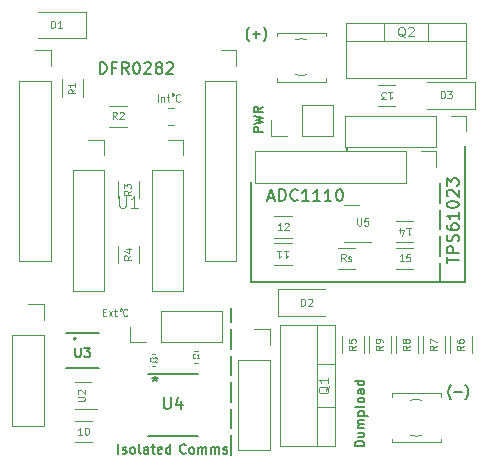
<source format=gbr>
%TF.GenerationSoftware,KiCad,Pcbnew,(7.0.0-0)*%
%TF.CreationDate,2023-07-06T20:29:09+02:00*%
%TF.ProjectId,Monitoring_Board_v01,4d6f6e69-746f-4726-996e-675f426f6172,v01*%
%TF.SameCoordinates,Original*%
%TF.FileFunction,Legend,Top*%
%TF.FilePolarity,Positive*%
%FSLAX46Y46*%
G04 Gerber Fmt 4.6, Leading zero omitted, Abs format (unit mm)*
G04 Created by KiCad (PCBNEW (7.0.0-0)) date 2023-07-06 20:29:09*
%MOMM*%
%LPD*%
G01*
G04 APERTURE LIST*
%ADD10C,0.150000*%
%ADD11C,0.100000*%
%ADD12C,0.075000*%
%ADD13C,0.060000*%
%ADD14C,0.120000*%
%ADD15C,0.152400*%
%ADD16C,0.127000*%
%ADD17C,0.200000*%
G04 APERTURE END LIST*
D10*
X140715283Y-56083221D02*
X140715283Y-64593221D01*
X156715283Y-64583221D02*
X156715283Y-62933221D01*
X156715283Y-62333221D02*
X156715283Y-60683221D01*
X156715283Y-60083221D02*
X156715283Y-58433221D01*
X156715283Y-57833221D02*
X156715283Y-56183221D01*
X138964800Y-79197200D02*
X138964800Y-77547200D01*
X138964800Y-76947200D02*
X138964800Y-75297200D01*
X138964800Y-74697200D02*
X138964800Y-73047200D01*
X138964800Y-72447200D02*
X138964800Y-70797200D01*
X138964800Y-70197200D02*
X138964800Y-68547200D01*
X138964800Y-67947200D02*
X138964800Y-66751200D01*
X148780883Y-53482821D02*
X148780883Y-53122821D01*
X158774883Y-64593221D02*
X158774883Y-53072821D01*
X140715283Y-64593221D02*
X158774883Y-64593221D01*
X129452476Y-79073904D02*
X129452476Y-78273904D01*
X129795332Y-79035809D02*
X129871523Y-79073904D01*
X129871523Y-79073904D02*
X130023904Y-79073904D01*
X130023904Y-79073904D02*
X130100094Y-79035809D01*
X130100094Y-79035809D02*
X130138190Y-78959619D01*
X130138190Y-78959619D02*
X130138190Y-78921523D01*
X130138190Y-78921523D02*
X130100094Y-78845333D01*
X130100094Y-78845333D02*
X130023904Y-78807238D01*
X130023904Y-78807238D02*
X129909618Y-78807238D01*
X129909618Y-78807238D02*
X129833428Y-78769142D01*
X129833428Y-78769142D02*
X129795332Y-78692952D01*
X129795332Y-78692952D02*
X129795332Y-78654857D01*
X129795332Y-78654857D02*
X129833428Y-78578666D01*
X129833428Y-78578666D02*
X129909618Y-78540571D01*
X129909618Y-78540571D02*
X130023904Y-78540571D01*
X130023904Y-78540571D02*
X130100094Y-78578666D01*
X130595332Y-79073904D02*
X130519142Y-79035809D01*
X130519142Y-79035809D02*
X130481047Y-78997714D01*
X130481047Y-78997714D02*
X130442951Y-78921523D01*
X130442951Y-78921523D02*
X130442951Y-78692952D01*
X130442951Y-78692952D02*
X130481047Y-78616761D01*
X130481047Y-78616761D02*
X130519142Y-78578666D01*
X130519142Y-78578666D02*
X130595332Y-78540571D01*
X130595332Y-78540571D02*
X130709618Y-78540571D01*
X130709618Y-78540571D02*
X130785809Y-78578666D01*
X130785809Y-78578666D02*
X130823904Y-78616761D01*
X130823904Y-78616761D02*
X130861999Y-78692952D01*
X130861999Y-78692952D02*
X130861999Y-78921523D01*
X130861999Y-78921523D02*
X130823904Y-78997714D01*
X130823904Y-78997714D02*
X130785809Y-79035809D01*
X130785809Y-79035809D02*
X130709618Y-79073904D01*
X130709618Y-79073904D02*
X130595332Y-79073904D01*
X131319142Y-79073904D02*
X131242952Y-79035809D01*
X131242952Y-79035809D02*
X131204857Y-78959619D01*
X131204857Y-78959619D02*
X131204857Y-78273904D01*
X131966762Y-79073904D02*
X131966762Y-78654857D01*
X131966762Y-78654857D02*
X131928667Y-78578666D01*
X131928667Y-78578666D02*
X131852476Y-78540571D01*
X131852476Y-78540571D02*
X131700095Y-78540571D01*
X131700095Y-78540571D02*
X131623905Y-78578666D01*
X131966762Y-79035809D02*
X131890571Y-79073904D01*
X131890571Y-79073904D02*
X131700095Y-79073904D01*
X131700095Y-79073904D02*
X131623905Y-79035809D01*
X131623905Y-79035809D02*
X131585809Y-78959619D01*
X131585809Y-78959619D02*
X131585809Y-78883428D01*
X131585809Y-78883428D02*
X131623905Y-78807238D01*
X131623905Y-78807238D02*
X131700095Y-78769142D01*
X131700095Y-78769142D02*
X131890571Y-78769142D01*
X131890571Y-78769142D02*
X131966762Y-78731047D01*
X132233429Y-78540571D02*
X132538191Y-78540571D01*
X132347715Y-78273904D02*
X132347715Y-78959619D01*
X132347715Y-78959619D02*
X132385810Y-79035809D01*
X132385810Y-79035809D02*
X132462000Y-79073904D01*
X132462000Y-79073904D02*
X132538191Y-79073904D01*
X133109620Y-79035809D02*
X133033429Y-79073904D01*
X133033429Y-79073904D02*
X132881048Y-79073904D01*
X132881048Y-79073904D02*
X132804858Y-79035809D01*
X132804858Y-79035809D02*
X132766762Y-78959619D01*
X132766762Y-78959619D02*
X132766762Y-78654857D01*
X132766762Y-78654857D02*
X132804858Y-78578666D01*
X132804858Y-78578666D02*
X132881048Y-78540571D01*
X132881048Y-78540571D02*
X133033429Y-78540571D01*
X133033429Y-78540571D02*
X133109620Y-78578666D01*
X133109620Y-78578666D02*
X133147715Y-78654857D01*
X133147715Y-78654857D02*
X133147715Y-78731047D01*
X133147715Y-78731047D02*
X132766762Y-78807238D01*
X133833429Y-79073904D02*
X133833429Y-78273904D01*
X133833429Y-79035809D02*
X133757238Y-79073904D01*
X133757238Y-79073904D02*
X133604857Y-79073904D01*
X133604857Y-79073904D02*
X133528667Y-79035809D01*
X133528667Y-79035809D02*
X133490572Y-78997714D01*
X133490572Y-78997714D02*
X133452476Y-78921523D01*
X133452476Y-78921523D02*
X133452476Y-78692952D01*
X133452476Y-78692952D02*
X133490572Y-78616761D01*
X133490572Y-78616761D02*
X133528667Y-78578666D01*
X133528667Y-78578666D02*
X133604857Y-78540571D01*
X133604857Y-78540571D02*
X133757238Y-78540571D01*
X133757238Y-78540571D02*
X133833429Y-78578666D01*
X135151525Y-78997714D02*
X135113429Y-79035809D01*
X135113429Y-79035809D02*
X134999144Y-79073904D01*
X134999144Y-79073904D02*
X134922953Y-79073904D01*
X134922953Y-79073904D02*
X134808667Y-79035809D01*
X134808667Y-79035809D02*
X134732477Y-78959619D01*
X134732477Y-78959619D02*
X134694382Y-78883428D01*
X134694382Y-78883428D02*
X134656286Y-78731047D01*
X134656286Y-78731047D02*
X134656286Y-78616761D01*
X134656286Y-78616761D02*
X134694382Y-78464380D01*
X134694382Y-78464380D02*
X134732477Y-78388190D01*
X134732477Y-78388190D02*
X134808667Y-78312000D01*
X134808667Y-78312000D02*
X134922953Y-78273904D01*
X134922953Y-78273904D02*
X134999144Y-78273904D01*
X134999144Y-78273904D02*
X135113429Y-78312000D01*
X135113429Y-78312000D02*
X135151525Y-78350095D01*
X135608667Y-79073904D02*
X135532477Y-79035809D01*
X135532477Y-79035809D02*
X135494382Y-78997714D01*
X135494382Y-78997714D02*
X135456286Y-78921523D01*
X135456286Y-78921523D02*
X135456286Y-78692952D01*
X135456286Y-78692952D02*
X135494382Y-78616761D01*
X135494382Y-78616761D02*
X135532477Y-78578666D01*
X135532477Y-78578666D02*
X135608667Y-78540571D01*
X135608667Y-78540571D02*
X135722953Y-78540571D01*
X135722953Y-78540571D02*
X135799144Y-78578666D01*
X135799144Y-78578666D02*
X135837239Y-78616761D01*
X135837239Y-78616761D02*
X135875334Y-78692952D01*
X135875334Y-78692952D02*
X135875334Y-78921523D01*
X135875334Y-78921523D02*
X135837239Y-78997714D01*
X135837239Y-78997714D02*
X135799144Y-79035809D01*
X135799144Y-79035809D02*
X135722953Y-79073904D01*
X135722953Y-79073904D02*
X135608667Y-79073904D01*
X136218192Y-79073904D02*
X136218192Y-78540571D01*
X136218192Y-78616761D02*
X136256287Y-78578666D01*
X136256287Y-78578666D02*
X136332477Y-78540571D01*
X136332477Y-78540571D02*
X136446763Y-78540571D01*
X136446763Y-78540571D02*
X136522954Y-78578666D01*
X136522954Y-78578666D02*
X136561049Y-78654857D01*
X136561049Y-78654857D02*
X136561049Y-79073904D01*
X136561049Y-78654857D02*
X136599144Y-78578666D01*
X136599144Y-78578666D02*
X136675335Y-78540571D01*
X136675335Y-78540571D02*
X136789620Y-78540571D01*
X136789620Y-78540571D02*
X136865811Y-78578666D01*
X136865811Y-78578666D02*
X136903906Y-78654857D01*
X136903906Y-78654857D02*
X136903906Y-79073904D01*
X137284859Y-79073904D02*
X137284859Y-78540571D01*
X137284859Y-78616761D02*
X137322954Y-78578666D01*
X137322954Y-78578666D02*
X137399144Y-78540571D01*
X137399144Y-78540571D02*
X137513430Y-78540571D01*
X137513430Y-78540571D02*
X137589621Y-78578666D01*
X137589621Y-78578666D02*
X137627716Y-78654857D01*
X137627716Y-78654857D02*
X137627716Y-79073904D01*
X137627716Y-78654857D02*
X137665811Y-78578666D01*
X137665811Y-78578666D02*
X137742002Y-78540571D01*
X137742002Y-78540571D02*
X137856287Y-78540571D01*
X137856287Y-78540571D02*
X137932478Y-78578666D01*
X137932478Y-78578666D02*
X137970573Y-78654857D01*
X137970573Y-78654857D02*
X137970573Y-79073904D01*
X138313430Y-79035809D02*
X138389621Y-79073904D01*
X138389621Y-79073904D02*
X138542002Y-79073904D01*
X138542002Y-79073904D02*
X138618192Y-79035809D01*
X138618192Y-79035809D02*
X138656288Y-78959619D01*
X138656288Y-78959619D02*
X138656288Y-78921523D01*
X138656288Y-78921523D02*
X138618192Y-78845333D01*
X138618192Y-78845333D02*
X138542002Y-78807238D01*
X138542002Y-78807238D02*
X138427716Y-78807238D01*
X138427716Y-78807238D02*
X138351526Y-78769142D01*
X138351526Y-78769142D02*
X138313430Y-78692952D01*
X138313430Y-78692952D02*
X138313430Y-78654857D01*
X138313430Y-78654857D02*
X138351526Y-78578666D01*
X138351526Y-78578666D02*
X138427716Y-78540571D01*
X138427716Y-78540571D02*
X138542002Y-78540571D01*
X138542002Y-78540571D02*
X138618192Y-78578666D01*
X142152476Y-57408666D02*
X142628666Y-57408666D01*
X142057238Y-57694380D02*
X142390571Y-56694380D01*
X142390571Y-56694380D02*
X142723904Y-57694380D01*
X143057238Y-57694380D02*
X143057238Y-56694380D01*
X143057238Y-56694380D02*
X143295333Y-56694380D01*
X143295333Y-56694380D02*
X143438190Y-56742000D01*
X143438190Y-56742000D02*
X143533428Y-56837238D01*
X143533428Y-56837238D02*
X143581047Y-56932476D01*
X143581047Y-56932476D02*
X143628666Y-57122952D01*
X143628666Y-57122952D02*
X143628666Y-57265809D01*
X143628666Y-57265809D02*
X143581047Y-57456285D01*
X143581047Y-57456285D02*
X143533428Y-57551523D01*
X143533428Y-57551523D02*
X143438190Y-57646761D01*
X143438190Y-57646761D02*
X143295333Y-57694380D01*
X143295333Y-57694380D02*
X143057238Y-57694380D01*
X144628666Y-57599142D02*
X144581047Y-57646761D01*
X144581047Y-57646761D02*
X144438190Y-57694380D01*
X144438190Y-57694380D02*
X144342952Y-57694380D01*
X144342952Y-57694380D02*
X144200095Y-57646761D01*
X144200095Y-57646761D02*
X144104857Y-57551523D01*
X144104857Y-57551523D02*
X144057238Y-57456285D01*
X144057238Y-57456285D02*
X144009619Y-57265809D01*
X144009619Y-57265809D02*
X144009619Y-57122952D01*
X144009619Y-57122952D02*
X144057238Y-56932476D01*
X144057238Y-56932476D02*
X144104857Y-56837238D01*
X144104857Y-56837238D02*
X144200095Y-56742000D01*
X144200095Y-56742000D02*
X144342952Y-56694380D01*
X144342952Y-56694380D02*
X144438190Y-56694380D01*
X144438190Y-56694380D02*
X144581047Y-56742000D01*
X144581047Y-56742000D02*
X144628666Y-56789619D01*
X145581047Y-57694380D02*
X145009619Y-57694380D01*
X145295333Y-57694380D02*
X145295333Y-56694380D01*
X145295333Y-56694380D02*
X145200095Y-56837238D01*
X145200095Y-56837238D02*
X145104857Y-56932476D01*
X145104857Y-56932476D02*
X145009619Y-56980095D01*
X146533428Y-57694380D02*
X145962000Y-57694380D01*
X146247714Y-57694380D02*
X146247714Y-56694380D01*
X146247714Y-56694380D02*
X146152476Y-56837238D01*
X146152476Y-56837238D02*
X146057238Y-56932476D01*
X146057238Y-56932476D02*
X145962000Y-56980095D01*
X147485809Y-57694380D02*
X146914381Y-57694380D01*
X147200095Y-57694380D02*
X147200095Y-56694380D01*
X147200095Y-56694380D02*
X147104857Y-56837238D01*
X147104857Y-56837238D02*
X147009619Y-56932476D01*
X147009619Y-56932476D02*
X146914381Y-56980095D01*
X148104857Y-56694380D02*
X148200095Y-56694380D01*
X148200095Y-56694380D02*
X148295333Y-56742000D01*
X148295333Y-56742000D02*
X148342952Y-56789619D01*
X148342952Y-56789619D02*
X148390571Y-56884857D01*
X148390571Y-56884857D02*
X148438190Y-57075333D01*
X148438190Y-57075333D02*
X148438190Y-57313428D01*
X148438190Y-57313428D02*
X148390571Y-57503904D01*
X148390571Y-57503904D02*
X148342952Y-57599142D01*
X148342952Y-57599142D02*
X148295333Y-57646761D01*
X148295333Y-57646761D02*
X148200095Y-57694380D01*
X148200095Y-57694380D02*
X148104857Y-57694380D01*
X148104857Y-57694380D02*
X148009619Y-57646761D01*
X148009619Y-57646761D02*
X147962000Y-57599142D01*
X147962000Y-57599142D02*
X147914381Y-57503904D01*
X147914381Y-57503904D02*
X147866762Y-57313428D01*
X147866762Y-57313428D02*
X147866762Y-57075333D01*
X147866762Y-57075333D02*
X147914381Y-56884857D01*
X147914381Y-56884857D02*
X147962000Y-56789619D01*
X147962000Y-56789619D02*
X148009619Y-56742000D01*
X148009619Y-56742000D02*
X148104857Y-56694380D01*
X150271504Y-78447923D02*
X149471504Y-78447923D01*
X149471504Y-78447923D02*
X149471504Y-78257447D01*
X149471504Y-78257447D02*
X149509600Y-78143161D01*
X149509600Y-78143161D02*
X149585790Y-78066971D01*
X149585790Y-78066971D02*
X149661980Y-78028876D01*
X149661980Y-78028876D02*
X149814361Y-77990780D01*
X149814361Y-77990780D02*
X149928647Y-77990780D01*
X149928647Y-77990780D02*
X150081028Y-78028876D01*
X150081028Y-78028876D02*
X150157219Y-78066971D01*
X150157219Y-78066971D02*
X150233409Y-78143161D01*
X150233409Y-78143161D02*
X150271504Y-78257447D01*
X150271504Y-78257447D02*
X150271504Y-78447923D01*
X149738171Y-77305066D02*
X150271504Y-77305066D01*
X149738171Y-77647923D02*
X150157219Y-77647923D01*
X150157219Y-77647923D02*
X150233409Y-77609828D01*
X150233409Y-77609828D02*
X150271504Y-77533638D01*
X150271504Y-77533638D02*
X150271504Y-77419352D01*
X150271504Y-77419352D02*
X150233409Y-77343161D01*
X150233409Y-77343161D02*
X150195314Y-77305066D01*
X150271504Y-76924113D02*
X149738171Y-76924113D01*
X149814361Y-76924113D02*
X149776266Y-76886018D01*
X149776266Y-76886018D02*
X149738171Y-76809828D01*
X149738171Y-76809828D02*
X149738171Y-76695542D01*
X149738171Y-76695542D02*
X149776266Y-76619351D01*
X149776266Y-76619351D02*
X149852457Y-76581256D01*
X149852457Y-76581256D02*
X150271504Y-76581256D01*
X149852457Y-76581256D02*
X149776266Y-76543161D01*
X149776266Y-76543161D02*
X149738171Y-76466970D01*
X149738171Y-76466970D02*
X149738171Y-76352685D01*
X149738171Y-76352685D02*
X149776266Y-76276494D01*
X149776266Y-76276494D02*
X149852457Y-76238399D01*
X149852457Y-76238399D02*
X150271504Y-76238399D01*
X149738171Y-75857446D02*
X150538171Y-75857446D01*
X149776266Y-75857446D02*
X149738171Y-75781256D01*
X149738171Y-75781256D02*
X149738171Y-75628875D01*
X149738171Y-75628875D02*
X149776266Y-75552684D01*
X149776266Y-75552684D02*
X149814361Y-75514589D01*
X149814361Y-75514589D02*
X149890552Y-75476494D01*
X149890552Y-75476494D02*
X150119123Y-75476494D01*
X150119123Y-75476494D02*
X150195314Y-75514589D01*
X150195314Y-75514589D02*
X150233409Y-75552684D01*
X150233409Y-75552684D02*
X150271504Y-75628875D01*
X150271504Y-75628875D02*
X150271504Y-75781256D01*
X150271504Y-75781256D02*
X150233409Y-75857446D01*
X150271504Y-75019351D02*
X150233409Y-75095541D01*
X150233409Y-75095541D02*
X150157219Y-75133636D01*
X150157219Y-75133636D02*
X149471504Y-75133636D01*
X150271504Y-74600303D02*
X150233409Y-74676493D01*
X150233409Y-74676493D02*
X150195314Y-74714588D01*
X150195314Y-74714588D02*
X150119123Y-74752684D01*
X150119123Y-74752684D02*
X149890552Y-74752684D01*
X149890552Y-74752684D02*
X149814361Y-74714588D01*
X149814361Y-74714588D02*
X149776266Y-74676493D01*
X149776266Y-74676493D02*
X149738171Y-74600303D01*
X149738171Y-74600303D02*
X149738171Y-74486017D01*
X149738171Y-74486017D02*
X149776266Y-74409826D01*
X149776266Y-74409826D02*
X149814361Y-74371731D01*
X149814361Y-74371731D02*
X149890552Y-74333636D01*
X149890552Y-74333636D02*
X150119123Y-74333636D01*
X150119123Y-74333636D02*
X150195314Y-74371731D01*
X150195314Y-74371731D02*
X150233409Y-74409826D01*
X150233409Y-74409826D02*
X150271504Y-74486017D01*
X150271504Y-74486017D02*
X150271504Y-74600303D01*
X150271504Y-73647921D02*
X149852457Y-73647921D01*
X149852457Y-73647921D02*
X149776266Y-73686016D01*
X149776266Y-73686016D02*
X149738171Y-73762207D01*
X149738171Y-73762207D02*
X149738171Y-73914588D01*
X149738171Y-73914588D02*
X149776266Y-73990778D01*
X150233409Y-73647921D02*
X150271504Y-73724112D01*
X150271504Y-73724112D02*
X150271504Y-73914588D01*
X150271504Y-73914588D02*
X150233409Y-73990778D01*
X150233409Y-73990778D02*
X150157219Y-74028874D01*
X150157219Y-74028874D02*
X150081028Y-74028874D01*
X150081028Y-74028874D02*
X150004838Y-73990778D01*
X150004838Y-73990778D02*
X149966742Y-73914588D01*
X149966742Y-73914588D02*
X149966742Y-73724112D01*
X149966742Y-73724112D02*
X149928647Y-73647921D01*
X150271504Y-72924111D02*
X149471504Y-72924111D01*
X150233409Y-72924111D02*
X150271504Y-73000302D01*
X150271504Y-73000302D02*
X150271504Y-73152683D01*
X150271504Y-73152683D02*
X150233409Y-73228873D01*
X150233409Y-73228873D02*
X150195314Y-73266968D01*
X150195314Y-73266968D02*
X150119123Y-73305064D01*
X150119123Y-73305064D02*
X149890552Y-73305064D01*
X149890552Y-73305064D02*
X149814361Y-73266968D01*
X149814361Y-73266968D02*
X149776266Y-73228873D01*
X149776266Y-73228873D02*
X149738171Y-73152683D01*
X149738171Y-73152683D02*
X149738171Y-73000302D01*
X149738171Y-73000302D02*
X149776266Y-72924111D01*
X157253263Y-62977582D02*
X157253263Y-62406154D01*
X158253263Y-62691868D02*
X157253263Y-62691868D01*
X158253263Y-62072820D02*
X157253263Y-62072820D01*
X157253263Y-62072820D02*
X157253263Y-61691868D01*
X157253263Y-61691868D02*
X157300883Y-61596630D01*
X157300883Y-61596630D02*
X157348502Y-61549011D01*
X157348502Y-61549011D02*
X157443740Y-61501392D01*
X157443740Y-61501392D02*
X157586597Y-61501392D01*
X157586597Y-61501392D02*
X157681835Y-61549011D01*
X157681835Y-61549011D02*
X157729454Y-61596630D01*
X157729454Y-61596630D02*
X157777073Y-61691868D01*
X157777073Y-61691868D02*
X157777073Y-62072820D01*
X158205644Y-61120439D02*
X158253263Y-60977582D01*
X158253263Y-60977582D02*
X158253263Y-60739487D01*
X158253263Y-60739487D02*
X158205644Y-60644249D01*
X158205644Y-60644249D02*
X158158025Y-60596630D01*
X158158025Y-60596630D02*
X158062787Y-60549011D01*
X158062787Y-60549011D02*
X157967549Y-60549011D01*
X157967549Y-60549011D02*
X157872311Y-60596630D01*
X157872311Y-60596630D02*
X157824692Y-60644249D01*
X157824692Y-60644249D02*
X157777073Y-60739487D01*
X157777073Y-60739487D02*
X157729454Y-60929963D01*
X157729454Y-60929963D02*
X157681835Y-61025201D01*
X157681835Y-61025201D02*
X157634216Y-61072820D01*
X157634216Y-61072820D02*
X157538978Y-61120439D01*
X157538978Y-61120439D02*
X157443740Y-61120439D01*
X157443740Y-61120439D02*
X157348502Y-61072820D01*
X157348502Y-61072820D02*
X157300883Y-61025201D01*
X157300883Y-61025201D02*
X157253263Y-60929963D01*
X157253263Y-60929963D02*
X157253263Y-60691868D01*
X157253263Y-60691868D02*
X157300883Y-60549011D01*
X157253263Y-59691868D02*
X157253263Y-59882344D01*
X157253263Y-59882344D02*
X157300883Y-59977582D01*
X157300883Y-59977582D02*
X157348502Y-60025201D01*
X157348502Y-60025201D02*
X157491359Y-60120439D01*
X157491359Y-60120439D02*
X157681835Y-60168058D01*
X157681835Y-60168058D02*
X158062787Y-60168058D01*
X158062787Y-60168058D02*
X158158025Y-60120439D01*
X158158025Y-60120439D02*
X158205644Y-60072820D01*
X158205644Y-60072820D02*
X158253263Y-59977582D01*
X158253263Y-59977582D02*
X158253263Y-59787106D01*
X158253263Y-59787106D02*
X158205644Y-59691868D01*
X158205644Y-59691868D02*
X158158025Y-59644249D01*
X158158025Y-59644249D02*
X158062787Y-59596630D01*
X158062787Y-59596630D02*
X157824692Y-59596630D01*
X157824692Y-59596630D02*
X157729454Y-59644249D01*
X157729454Y-59644249D02*
X157681835Y-59691868D01*
X157681835Y-59691868D02*
X157634216Y-59787106D01*
X157634216Y-59787106D02*
X157634216Y-59977582D01*
X157634216Y-59977582D02*
X157681835Y-60072820D01*
X157681835Y-60072820D02*
X157729454Y-60120439D01*
X157729454Y-60120439D02*
X157824692Y-60168058D01*
X158253263Y-58644249D02*
X158253263Y-59215677D01*
X158253263Y-58929963D02*
X157253263Y-58929963D01*
X157253263Y-58929963D02*
X157396121Y-59025201D01*
X157396121Y-59025201D02*
X157491359Y-59120439D01*
X157491359Y-59120439D02*
X157538978Y-59215677D01*
X157253263Y-58025201D02*
X157253263Y-57929963D01*
X157253263Y-57929963D02*
X157300883Y-57834725D01*
X157300883Y-57834725D02*
X157348502Y-57787106D01*
X157348502Y-57787106D02*
X157443740Y-57739487D01*
X157443740Y-57739487D02*
X157634216Y-57691868D01*
X157634216Y-57691868D02*
X157872311Y-57691868D01*
X157872311Y-57691868D02*
X158062787Y-57739487D01*
X158062787Y-57739487D02*
X158158025Y-57787106D01*
X158158025Y-57787106D02*
X158205644Y-57834725D01*
X158205644Y-57834725D02*
X158253263Y-57929963D01*
X158253263Y-57929963D02*
X158253263Y-58025201D01*
X158253263Y-58025201D02*
X158205644Y-58120439D01*
X158205644Y-58120439D02*
X158158025Y-58168058D01*
X158158025Y-58168058D02*
X158062787Y-58215677D01*
X158062787Y-58215677D02*
X157872311Y-58263296D01*
X157872311Y-58263296D02*
X157634216Y-58263296D01*
X157634216Y-58263296D02*
X157443740Y-58215677D01*
X157443740Y-58215677D02*
X157348502Y-58168058D01*
X157348502Y-58168058D02*
X157300883Y-58120439D01*
X157300883Y-58120439D02*
X157253263Y-58025201D01*
X157348502Y-57310915D02*
X157300883Y-57263296D01*
X157300883Y-57263296D02*
X157253263Y-57168058D01*
X157253263Y-57168058D02*
X157253263Y-56929963D01*
X157253263Y-56929963D02*
X157300883Y-56834725D01*
X157300883Y-56834725D02*
X157348502Y-56787106D01*
X157348502Y-56787106D02*
X157443740Y-56739487D01*
X157443740Y-56739487D02*
X157538978Y-56739487D01*
X157538978Y-56739487D02*
X157681835Y-56787106D01*
X157681835Y-56787106D02*
X158253263Y-57358534D01*
X158253263Y-57358534D02*
X158253263Y-56739487D01*
X157253263Y-56406153D02*
X157253263Y-55787106D01*
X157253263Y-55787106D02*
X157634216Y-56120439D01*
X157634216Y-56120439D02*
X157634216Y-55977582D01*
X157634216Y-55977582D02*
X157681835Y-55882344D01*
X157681835Y-55882344D02*
X157729454Y-55834725D01*
X157729454Y-55834725D02*
X157824692Y-55787106D01*
X157824692Y-55787106D02*
X158062787Y-55787106D01*
X158062787Y-55787106D02*
X158158025Y-55834725D01*
X158158025Y-55834725D02*
X158205644Y-55882344D01*
X158205644Y-55882344D02*
X158253263Y-55977582D01*
X158253263Y-55977582D02*
X158253263Y-56263296D01*
X158253263Y-56263296D02*
X158205644Y-56358534D01*
X158205644Y-56358534D02*
X158158025Y-56406153D01*
D11*
%TO.C,D1*%
X123775643Y-43019428D02*
X123775643Y-42419428D01*
X123775643Y-42419428D02*
X123918500Y-42419428D01*
X123918500Y-42419428D02*
X124004214Y-42448000D01*
X124004214Y-42448000D02*
X124061357Y-42505142D01*
X124061357Y-42505142D02*
X124089928Y-42562285D01*
X124089928Y-42562285D02*
X124118500Y-42676571D01*
X124118500Y-42676571D02*
X124118500Y-42762285D01*
X124118500Y-42762285D02*
X124089928Y-42876571D01*
X124089928Y-42876571D02*
X124061357Y-42933714D01*
X124061357Y-42933714D02*
X124004214Y-42990857D01*
X124004214Y-42990857D02*
X123918500Y-43019428D01*
X123918500Y-43019428D02*
X123775643Y-43019428D01*
X124689928Y-43019428D02*
X124347071Y-43019428D01*
X124518500Y-43019428D02*
X124518500Y-42419428D01*
X124518500Y-42419428D02*
X124461357Y-42505142D01*
X124461357Y-42505142D02*
X124404214Y-42562285D01*
X124404214Y-42562285D02*
X124347071Y-42590857D01*
D10*
%TO.C,J6*%
X141686304Y-51879523D02*
X140886304Y-51879523D01*
X140886304Y-51879523D02*
X140886304Y-51574761D01*
X140886304Y-51574761D02*
X140924400Y-51498571D01*
X140924400Y-51498571D02*
X140962495Y-51460476D01*
X140962495Y-51460476D02*
X141038685Y-51422380D01*
X141038685Y-51422380D02*
X141152971Y-51422380D01*
X141152971Y-51422380D02*
X141229161Y-51460476D01*
X141229161Y-51460476D02*
X141267257Y-51498571D01*
X141267257Y-51498571D02*
X141305352Y-51574761D01*
X141305352Y-51574761D02*
X141305352Y-51879523D01*
X140886304Y-51155714D02*
X141686304Y-50965238D01*
X141686304Y-50965238D02*
X141114876Y-50812857D01*
X141114876Y-50812857D02*
X141686304Y-50660476D01*
X141686304Y-50660476D02*
X140886304Y-50470000D01*
X141686304Y-49708094D02*
X141305352Y-49974761D01*
X141686304Y-50165237D02*
X140886304Y-50165237D01*
X140886304Y-50165237D02*
X140886304Y-49860475D01*
X140886304Y-49860475D02*
X140924400Y-49784285D01*
X140924400Y-49784285D02*
X140962495Y-49746190D01*
X140962495Y-49746190D02*
X141038685Y-49708094D01*
X141038685Y-49708094D02*
X141152971Y-49708094D01*
X141152971Y-49708094D02*
X141229161Y-49746190D01*
X141229161Y-49746190D02*
X141267257Y-49784285D01*
X141267257Y-49784285D02*
X141305352Y-49860475D01*
X141305352Y-49860475D02*
X141305352Y-50165237D01*
D11*
%TO.C,R11*%
X143475140Y-61909792D02*
X143817997Y-61909792D01*
X143646568Y-61909792D02*
X143646568Y-62509792D01*
X143646568Y-62509792D02*
X143703711Y-62424078D01*
X143703711Y-62424078D02*
X143760854Y-62366935D01*
X143760854Y-62366935D02*
X143817997Y-62338363D01*
X142903711Y-61909792D02*
X143246568Y-61909792D01*
X143075139Y-61909792D02*
X143075139Y-62509792D01*
X143075139Y-62509792D02*
X143132282Y-62424078D01*
X143132282Y-62424078D02*
X143189425Y-62366935D01*
X143189425Y-62366935D02*
X143246568Y-62338363D01*
%TO.C,R15*%
X153602425Y-62814428D02*
X153259568Y-62814428D01*
X153430997Y-62814428D02*
X153430997Y-62214428D01*
X153430997Y-62214428D02*
X153373854Y-62300142D01*
X153373854Y-62300142D02*
X153316711Y-62357285D01*
X153316711Y-62357285D02*
X153259568Y-62385857D01*
X154145283Y-62214428D02*
X153859569Y-62214428D01*
X153859569Y-62214428D02*
X153830997Y-62500142D01*
X153830997Y-62500142D02*
X153859569Y-62471571D01*
X153859569Y-62471571D02*
X153916712Y-62443000D01*
X153916712Y-62443000D02*
X154059569Y-62443000D01*
X154059569Y-62443000D02*
X154116712Y-62471571D01*
X154116712Y-62471571D02*
X154145283Y-62500142D01*
X154145283Y-62500142D02*
X154173854Y-62557285D01*
X154173854Y-62557285D02*
X154173854Y-62700142D01*
X154173854Y-62700142D02*
X154145283Y-62757285D01*
X154145283Y-62757285D02*
X154116712Y-62785857D01*
X154116712Y-62785857D02*
X154059569Y-62814428D01*
X154059569Y-62814428D02*
X153916712Y-62814428D01*
X153916712Y-62814428D02*
X153859569Y-62785857D01*
X153859569Y-62785857D02*
X153830997Y-62757285D01*
D10*
%TO.C,U4*%
X133294345Y-74297380D02*
X133294345Y-75106904D01*
X133294345Y-75106904D02*
X133341964Y-75202142D01*
X133341964Y-75202142D02*
X133389583Y-75249761D01*
X133389583Y-75249761D02*
X133484821Y-75297380D01*
X133484821Y-75297380D02*
X133675297Y-75297380D01*
X133675297Y-75297380D02*
X133770535Y-75249761D01*
X133770535Y-75249761D02*
X133818154Y-75202142D01*
X133818154Y-75202142D02*
X133865773Y-75106904D01*
X133865773Y-75106904D02*
X133865773Y-74297380D01*
X134770535Y-74630714D02*
X134770535Y-75297380D01*
X134532440Y-74249761D02*
X134294345Y-74964047D01*
X134294345Y-74964047D02*
X134913392Y-74964047D01*
X132532250Y-72519380D02*
X132532250Y-72757476D01*
X132294155Y-72662238D02*
X132532250Y-72757476D01*
X132532250Y-72757476D02*
X132770345Y-72662238D01*
X132389393Y-72947952D02*
X132532250Y-72757476D01*
X132532250Y-72757476D02*
X132675107Y-72947952D01*
X132532250Y-72519380D02*
X132532250Y-72757476D01*
X132294155Y-72662238D02*
X132532250Y-72757476D01*
X132532250Y-72757476D02*
X132770345Y-72662238D01*
X132389393Y-72947952D02*
X132532250Y-72757476D01*
X132532250Y-72757476D02*
X132675107Y-72947952D01*
D11*
%TO.C,TH1*%
X132796857Y-49272428D02*
X132796857Y-48672428D01*
X133082571Y-48872428D02*
X133082571Y-49272428D01*
X133082571Y-48929571D02*
X133111142Y-48901000D01*
X133111142Y-48901000D02*
X133168285Y-48872428D01*
X133168285Y-48872428D02*
X133253999Y-48872428D01*
X133253999Y-48872428D02*
X133311142Y-48901000D01*
X133311142Y-48901000D02*
X133339714Y-48958142D01*
X133339714Y-48958142D02*
X133339714Y-49272428D01*
X133539713Y-48872428D02*
X133768285Y-48872428D01*
X133625428Y-48672428D02*
X133625428Y-49186714D01*
X133625428Y-49186714D02*
X133653999Y-49243857D01*
X133653999Y-49243857D02*
X133711142Y-49272428D01*
X133711142Y-49272428D02*
X133768285Y-49272428D01*
X134671142Y-49215285D02*
X134642570Y-49243857D01*
X134642570Y-49243857D02*
X134556856Y-49272428D01*
X134556856Y-49272428D02*
X134499713Y-49272428D01*
X134499713Y-49272428D02*
X134413999Y-49243857D01*
X134413999Y-49243857D02*
X134356856Y-49186714D01*
X134356856Y-49186714D02*
X134328285Y-49129571D01*
X134328285Y-49129571D02*
X134299713Y-49015285D01*
X134299713Y-49015285D02*
X134299713Y-48929571D01*
X134299713Y-48929571D02*
X134328285Y-48815285D01*
X134328285Y-48815285D02*
X134356856Y-48758142D01*
X134356856Y-48758142D02*
X134413999Y-48701000D01*
X134413999Y-48701000D02*
X134499713Y-48672428D01*
X134499713Y-48672428D02*
X134556856Y-48672428D01*
X134556856Y-48672428D02*
X134642570Y-48701000D01*
X134642570Y-48701000D02*
X134671142Y-48729571D01*
D12*
X134063714Y-48579285D02*
X134092285Y-48593571D01*
X134092285Y-48593571D02*
X134106571Y-48607857D01*
X134106571Y-48607857D02*
X134120857Y-48636428D01*
X134120857Y-48636428D02*
X134120857Y-48722142D01*
X134120857Y-48722142D02*
X134106571Y-48750714D01*
X134106571Y-48750714D02*
X134092285Y-48765000D01*
X134092285Y-48765000D02*
X134063714Y-48779285D01*
X134063714Y-48779285D02*
X134020857Y-48779285D01*
X134020857Y-48779285D02*
X133992285Y-48765000D01*
X133992285Y-48765000D02*
X133978000Y-48750714D01*
X133978000Y-48750714D02*
X133963714Y-48722142D01*
X133963714Y-48722142D02*
X133963714Y-48636428D01*
X133963714Y-48636428D02*
X133978000Y-48607857D01*
X133978000Y-48607857D02*
X133992285Y-48593571D01*
X133992285Y-48593571D02*
X134020857Y-48579285D01*
X134020857Y-48579285D02*
X134063714Y-48579285D01*
D10*
%TO.C,U3*%
X125795647Y-70119208D02*
X125795647Y-70766827D01*
X125795647Y-70766827D02*
X125833742Y-70843018D01*
X125833742Y-70843018D02*
X125871837Y-70881113D01*
X125871837Y-70881113D02*
X125948028Y-70919208D01*
X125948028Y-70919208D02*
X126100409Y-70919208D01*
X126100409Y-70919208D02*
X126176599Y-70881113D01*
X126176599Y-70881113D02*
X126214694Y-70843018D01*
X126214694Y-70843018D02*
X126252790Y-70766827D01*
X126252790Y-70766827D02*
X126252790Y-70119208D01*
X126557551Y-70119208D02*
X127052789Y-70119208D01*
X127052789Y-70119208D02*
X126786123Y-70423970D01*
X126786123Y-70423970D02*
X126900408Y-70423970D01*
X126900408Y-70423970D02*
X126976599Y-70462065D01*
X126976599Y-70462065D02*
X127014694Y-70500161D01*
X127014694Y-70500161D02*
X127052789Y-70576351D01*
X127052789Y-70576351D02*
X127052789Y-70766827D01*
X127052789Y-70766827D02*
X127014694Y-70843018D01*
X127014694Y-70843018D02*
X126976599Y-70881113D01*
X126976599Y-70881113D02*
X126900408Y-70919208D01*
X126900408Y-70919208D02*
X126671837Y-70919208D01*
X126671837Y-70919208D02*
X126595646Y-70881113D01*
X126595646Y-70881113D02*
X126557551Y-70843018D01*
D11*
%TO.C,U5*%
X149679840Y-59168228D02*
X149679840Y-59653942D01*
X149679840Y-59653942D02*
X149708411Y-59711085D01*
X149708411Y-59711085D02*
X149736983Y-59739657D01*
X149736983Y-59739657D02*
X149794125Y-59768228D01*
X149794125Y-59768228D02*
X149908411Y-59768228D01*
X149908411Y-59768228D02*
X149965554Y-59739657D01*
X149965554Y-59739657D02*
X149994125Y-59711085D01*
X149994125Y-59711085D02*
X150022697Y-59653942D01*
X150022697Y-59653942D02*
X150022697Y-59168228D01*
X150594125Y-59168228D02*
X150308411Y-59168228D01*
X150308411Y-59168228D02*
X150279839Y-59453942D01*
X150279839Y-59453942D02*
X150308411Y-59425371D01*
X150308411Y-59425371D02*
X150365554Y-59396800D01*
X150365554Y-59396800D02*
X150508411Y-59396800D01*
X150508411Y-59396800D02*
X150565554Y-59425371D01*
X150565554Y-59425371D02*
X150594125Y-59453942D01*
X150594125Y-59453942D02*
X150622696Y-59511085D01*
X150622696Y-59511085D02*
X150622696Y-59653942D01*
X150622696Y-59653942D02*
X150594125Y-59711085D01*
X150594125Y-59711085D02*
X150565554Y-59739657D01*
X150565554Y-59739657D02*
X150508411Y-59768228D01*
X150508411Y-59768228D02*
X150365554Y-59768228D01*
X150365554Y-59768228D02*
X150308411Y-59739657D01*
X150308411Y-59739657D02*
X150279839Y-59711085D01*
%TO.C,Q1*%
X147285095Y-73380590D02*
X147247000Y-73456780D01*
X147247000Y-73456780D02*
X147170809Y-73532971D01*
X147170809Y-73532971D02*
X147056523Y-73647257D01*
X147056523Y-73647257D02*
X147018428Y-73723447D01*
X147018428Y-73723447D02*
X147018428Y-73799638D01*
X147208904Y-73761542D02*
X147170809Y-73837733D01*
X147170809Y-73837733D02*
X147094619Y-73913923D01*
X147094619Y-73913923D02*
X146942238Y-73952019D01*
X146942238Y-73952019D02*
X146675571Y-73952019D01*
X146675571Y-73952019D02*
X146523190Y-73913923D01*
X146523190Y-73913923D02*
X146447000Y-73837733D01*
X146447000Y-73837733D02*
X146408904Y-73761542D01*
X146408904Y-73761542D02*
X146408904Y-73609161D01*
X146408904Y-73609161D02*
X146447000Y-73532971D01*
X146447000Y-73532971D02*
X146523190Y-73456780D01*
X146523190Y-73456780D02*
X146675571Y-73418685D01*
X146675571Y-73418685D02*
X146942238Y-73418685D01*
X146942238Y-73418685D02*
X147094619Y-73456780D01*
X147094619Y-73456780D02*
X147170809Y-73532971D01*
X147170809Y-73532971D02*
X147208904Y-73609161D01*
X147208904Y-73609161D02*
X147208904Y-73761542D01*
X147208904Y-72656781D02*
X147208904Y-73113924D01*
X147208904Y-72885352D02*
X146408904Y-72885352D01*
X146408904Y-72885352D02*
X146523190Y-72961543D01*
X146523190Y-72961543D02*
X146599380Y-73037733D01*
X146599380Y-73037733D02*
X146637476Y-73113924D01*
%TO.C,R14*%
X153838140Y-59989571D02*
X154180997Y-59989571D01*
X154009568Y-59989571D02*
X154009568Y-60589571D01*
X154009568Y-60589571D02*
X154066711Y-60503857D01*
X154066711Y-60503857D02*
X154123854Y-60446714D01*
X154123854Y-60446714D02*
X154180997Y-60418142D01*
X153323854Y-60389571D02*
X153323854Y-59989571D01*
X153466711Y-60618142D02*
X153609568Y-60189571D01*
X153609568Y-60189571D02*
X153238139Y-60189571D01*
%TO.C,R12*%
X143289425Y-60162649D02*
X142946568Y-60162649D01*
X143117997Y-60162649D02*
X143117997Y-59562649D01*
X143117997Y-59562649D02*
X143060854Y-59648363D01*
X143060854Y-59648363D02*
X143003711Y-59705506D01*
X143003711Y-59705506D02*
X142946568Y-59734078D01*
X143517997Y-59619792D02*
X143546569Y-59591221D01*
X143546569Y-59591221D02*
X143603712Y-59562649D01*
X143603712Y-59562649D02*
X143746569Y-59562649D01*
X143746569Y-59562649D02*
X143803712Y-59591221D01*
X143803712Y-59591221D02*
X143832283Y-59619792D01*
X143832283Y-59619792D02*
X143860854Y-59676935D01*
X143860854Y-59676935D02*
X143860854Y-59734078D01*
X143860854Y-59734078D02*
X143832283Y-59819792D01*
X143832283Y-59819792D02*
X143489426Y-60162649D01*
X143489426Y-60162649D02*
X143860854Y-60162649D01*
%TO.C,R13*%
X152290857Y-48498571D02*
X152633714Y-48498571D01*
X152462285Y-48498571D02*
X152462285Y-49098571D01*
X152462285Y-49098571D02*
X152519428Y-49012857D01*
X152519428Y-49012857D02*
X152576571Y-48955714D01*
X152576571Y-48955714D02*
X152633714Y-48927142D01*
X152090856Y-49098571D02*
X151719428Y-49098571D01*
X151719428Y-49098571D02*
X151919428Y-48870000D01*
X151919428Y-48870000D02*
X151833713Y-48870000D01*
X151833713Y-48870000D02*
X151776571Y-48841428D01*
X151776571Y-48841428D02*
X151747999Y-48812857D01*
X151747999Y-48812857D02*
X151719428Y-48755714D01*
X151719428Y-48755714D02*
X151719428Y-48612857D01*
X151719428Y-48612857D02*
X151747999Y-48555714D01*
X151747999Y-48555714D02*
X151776571Y-48527142D01*
X151776571Y-48527142D02*
X151833713Y-48498571D01*
X151833713Y-48498571D02*
X152005142Y-48498571D01*
X152005142Y-48498571D02*
X152062285Y-48527142D01*
X152062285Y-48527142D02*
X152090856Y-48555714D01*
%TO.C,R7*%
X156406428Y-69949999D02*
X156120714Y-70149999D01*
X156406428Y-70292856D02*
X155806428Y-70292856D01*
X155806428Y-70292856D02*
X155806428Y-70064285D01*
X155806428Y-70064285D02*
X155835000Y-70007142D01*
X155835000Y-70007142D02*
X155863571Y-69978571D01*
X155863571Y-69978571D02*
X155920714Y-69949999D01*
X155920714Y-69949999D02*
X156006428Y-69949999D01*
X156006428Y-69949999D02*
X156063571Y-69978571D01*
X156063571Y-69978571D02*
X156092142Y-70007142D01*
X156092142Y-70007142D02*
X156120714Y-70064285D01*
X156120714Y-70064285D02*
X156120714Y-70292856D01*
X155806428Y-69749999D02*
X155806428Y-69349999D01*
X155806428Y-69349999D02*
X156406428Y-69607142D01*
%TO.C,R2*%
X129315000Y-50766428D02*
X129115000Y-50480714D01*
X128972143Y-50766428D02*
X128972143Y-50166428D01*
X128972143Y-50166428D02*
X129200714Y-50166428D01*
X129200714Y-50166428D02*
X129257857Y-50195000D01*
X129257857Y-50195000D02*
X129286428Y-50223571D01*
X129286428Y-50223571D02*
X129315000Y-50280714D01*
X129315000Y-50280714D02*
X129315000Y-50366428D01*
X129315000Y-50366428D02*
X129286428Y-50423571D01*
X129286428Y-50423571D02*
X129257857Y-50452142D01*
X129257857Y-50452142D02*
X129200714Y-50480714D01*
X129200714Y-50480714D02*
X128972143Y-50480714D01*
X129543571Y-50223571D02*
X129572143Y-50195000D01*
X129572143Y-50195000D02*
X129629286Y-50166428D01*
X129629286Y-50166428D02*
X129772143Y-50166428D01*
X129772143Y-50166428D02*
X129829286Y-50195000D01*
X129829286Y-50195000D02*
X129857857Y-50223571D01*
X129857857Y-50223571D02*
X129886428Y-50280714D01*
X129886428Y-50280714D02*
X129886428Y-50337857D01*
X129886428Y-50337857D02*
X129857857Y-50423571D01*
X129857857Y-50423571D02*
X129515000Y-50766428D01*
X129515000Y-50766428D02*
X129886428Y-50766428D01*
%TO.C,D3*%
X156759143Y-48988428D02*
X156759143Y-48388428D01*
X156759143Y-48388428D02*
X156902000Y-48388428D01*
X156902000Y-48388428D02*
X156987714Y-48417000D01*
X156987714Y-48417000D02*
X157044857Y-48474142D01*
X157044857Y-48474142D02*
X157073428Y-48531285D01*
X157073428Y-48531285D02*
X157102000Y-48645571D01*
X157102000Y-48645571D02*
X157102000Y-48731285D01*
X157102000Y-48731285D02*
X157073428Y-48845571D01*
X157073428Y-48845571D02*
X157044857Y-48902714D01*
X157044857Y-48902714D02*
X156987714Y-48959857D01*
X156987714Y-48959857D02*
X156902000Y-48988428D01*
X156902000Y-48988428D02*
X156759143Y-48988428D01*
X157302000Y-48388428D02*
X157673428Y-48388428D01*
X157673428Y-48388428D02*
X157473428Y-48617000D01*
X157473428Y-48617000D02*
X157559143Y-48617000D01*
X157559143Y-48617000D02*
X157616286Y-48645571D01*
X157616286Y-48645571D02*
X157644857Y-48674142D01*
X157644857Y-48674142D02*
X157673428Y-48731285D01*
X157673428Y-48731285D02*
X157673428Y-48874142D01*
X157673428Y-48874142D02*
X157644857Y-48931285D01*
X157644857Y-48931285D02*
X157616286Y-48959857D01*
X157616286Y-48959857D02*
X157559143Y-48988428D01*
X157559143Y-48988428D02*
X157387714Y-48988428D01*
X157387714Y-48988428D02*
X157330571Y-48959857D01*
X157330571Y-48959857D02*
X157302000Y-48931285D01*
D10*
%TO.C,J7*%
X140528964Y-44174245D02*
X140490869Y-44136150D01*
X140490869Y-44136150D02*
X140414678Y-44021864D01*
X140414678Y-44021864D02*
X140376583Y-43945674D01*
X140376583Y-43945674D02*
X140338488Y-43831388D01*
X140338488Y-43831388D02*
X140300393Y-43640912D01*
X140300393Y-43640912D02*
X140300393Y-43488531D01*
X140300393Y-43488531D02*
X140338488Y-43298055D01*
X140338488Y-43298055D02*
X140376583Y-43183769D01*
X140376583Y-43183769D02*
X140414678Y-43107579D01*
X140414678Y-43107579D02*
X140490869Y-42993293D01*
X140490869Y-42993293D02*
X140528964Y-42955198D01*
X140833726Y-43564721D02*
X141443250Y-43564721D01*
X141138488Y-43869483D02*
X141138488Y-43259959D01*
X141748011Y-44174245D02*
X141786106Y-44136150D01*
X141786106Y-44136150D02*
X141862297Y-44021864D01*
X141862297Y-44021864D02*
X141900392Y-43945674D01*
X141900392Y-43945674D02*
X141938487Y-43831388D01*
X141938487Y-43831388D02*
X141976583Y-43640912D01*
X141976583Y-43640912D02*
X141976583Y-43488531D01*
X141976583Y-43488531D02*
X141938487Y-43298055D01*
X141938487Y-43298055D02*
X141900392Y-43183769D01*
X141900392Y-43183769D02*
X141862297Y-43107579D01*
X141862297Y-43107579D02*
X141786106Y-42993293D01*
X141786106Y-42993293D02*
X141748011Y-42955198D01*
D13*
%TO.C,C1*%
X135959500Y-70963971D02*
X135942357Y-70981114D01*
X135942357Y-70981114D02*
X135890929Y-70998257D01*
X135890929Y-70998257D02*
X135856643Y-70998257D01*
X135856643Y-70998257D02*
X135805214Y-70981114D01*
X135805214Y-70981114D02*
X135770929Y-70946828D01*
X135770929Y-70946828D02*
X135753786Y-70912542D01*
X135753786Y-70912542D02*
X135736643Y-70843971D01*
X135736643Y-70843971D02*
X135736643Y-70792542D01*
X135736643Y-70792542D02*
X135753786Y-70723971D01*
X135753786Y-70723971D02*
X135770929Y-70689685D01*
X135770929Y-70689685D02*
X135805214Y-70655400D01*
X135805214Y-70655400D02*
X135856643Y-70638257D01*
X135856643Y-70638257D02*
X135890929Y-70638257D01*
X135890929Y-70638257D02*
X135942357Y-70655400D01*
X135942357Y-70655400D02*
X135959500Y-70672542D01*
X136302357Y-70998257D02*
X136096643Y-70998257D01*
X136199500Y-70998257D02*
X136199500Y-70638257D01*
X136199500Y-70638257D02*
X136165214Y-70689685D01*
X136165214Y-70689685D02*
X136130929Y-70723971D01*
X136130929Y-70723971D02*
X136096643Y-70741114D01*
%TO.C,C2*%
X132360000Y-71255971D02*
X132342857Y-71273114D01*
X132342857Y-71273114D02*
X132291429Y-71290257D01*
X132291429Y-71290257D02*
X132257143Y-71290257D01*
X132257143Y-71290257D02*
X132205714Y-71273114D01*
X132205714Y-71273114D02*
X132171429Y-71238828D01*
X132171429Y-71238828D02*
X132154286Y-71204542D01*
X132154286Y-71204542D02*
X132137143Y-71135971D01*
X132137143Y-71135971D02*
X132137143Y-71084542D01*
X132137143Y-71084542D02*
X132154286Y-71015971D01*
X132154286Y-71015971D02*
X132171429Y-70981685D01*
X132171429Y-70981685D02*
X132205714Y-70947400D01*
X132205714Y-70947400D02*
X132257143Y-70930257D01*
X132257143Y-70930257D02*
X132291429Y-70930257D01*
X132291429Y-70930257D02*
X132342857Y-70947400D01*
X132342857Y-70947400D02*
X132360000Y-70964542D01*
X132497143Y-70964542D02*
X132514286Y-70947400D01*
X132514286Y-70947400D02*
X132548572Y-70930257D01*
X132548572Y-70930257D02*
X132634286Y-70930257D01*
X132634286Y-70930257D02*
X132668572Y-70947400D01*
X132668572Y-70947400D02*
X132685714Y-70964542D01*
X132685714Y-70964542D02*
X132702857Y-70998828D01*
X132702857Y-70998828D02*
X132702857Y-71033114D01*
X132702857Y-71033114D02*
X132685714Y-71084542D01*
X132685714Y-71084542D02*
X132480000Y-71290257D01*
X132480000Y-71290257D02*
X132702857Y-71290257D01*
D11*
%TO.C,R4*%
X130521711Y-62305220D02*
X130235997Y-62505220D01*
X130521711Y-62648077D02*
X129921711Y-62648077D01*
X129921711Y-62648077D02*
X129921711Y-62419506D01*
X129921711Y-62419506D02*
X129950283Y-62362363D01*
X129950283Y-62362363D02*
X129978854Y-62333792D01*
X129978854Y-62333792D02*
X130035997Y-62305220D01*
X130035997Y-62305220D02*
X130121711Y-62305220D01*
X130121711Y-62305220D02*
X130178854Y-62333792D01*
X130178854Y-62333792D02*
X130207425Y-62362363D01*
X130207425Y-62362363D02*
X130235997Y-62419506D01*
X130235997Y-62419506D02*
X130235997Y-62648077D01*
X130121711Y-61790935D02*
X130521711Y-61790935D01*
X129893140Y-61933792D02*
X130321711Y-62076649D01*
X130321711Y-62076649D02*
X130321711Y-61705220D01*
%TO.C,R3*%
X130521711Y-56818220D02*
X130235997Y-57018220D01*
X130521711Y-57161077D02*
X129921711Y-57161077D01*
X129921711Y-57161077D02*
X129921711Y-56932506D01*
X129921711Y-56932506D02*
X129950283Y-56875363D01*
X129950283Y-56875363D02*
X129978854Y-56846792D01*
X129978854Y-56846792D02*
X130035997Y-56818220D01*
X130035997Y-56818220D02*
X130121711Y-56818220D01*
X130121711Y-56818220D02*
X130178854Y-56846792D01*
X130178854Y-56846792D02*
X130207425Y-56875363D01*
X130207425Y-56875363D02*
X130235997Y-56932506D01*
X130235997Y-56932506D02*
X130235997Y-57161077D01*
X129921711Y-56618220D02*
X129921711Y-56246792D01*
X129921711Y-56246792D02*
X130150283Y-56446792D01*
X130150283Y-56446792D02*
X130150283Y-56361077D01*
X130150283Y-56361077D02*
X130178854Y-56303935D01*
X130178854Y-56303935D02*
X130207425Y-56275363D01*
X130207425Y-56275363D02*
X130264568Y-56246792D01*
X130264568Y-56246792D02*
X130407425Y-56246792D01*
X130407425Y-56246792D02*
X130464568Y-56275363D01*
X130464568Y-56275363D02*
X130493140Y-56303935D01*
X130493140Y-56303935D02*
X130521711Y-56361077D01*
X130521711Y-56361077D02*
X130521711Y-56532506D01*
X130521711Y-56532506D02*
X130493140Y-56589649D01*
X130493140Y-56589649D02*
X130464568Y-56618220D01*
%TO.C,U2*%
X126005428Y-74615142D02*
X126491142Y-74615142D01*
X126491142Y-74615142D02*
X126548285Y-74586571D01*
X126548285Y-74586571D02*
X126576857Y-74558000D01*
X126576857Y-74558000D02*
X126605428Y-74500857D01*
X126605428Y-74500857D02*
X126605428Y-74386571D01*
X126605428Y-74386571D02*
X126576857Y-74329428D01*
X126576857Y-74329428D02*
X126548285Y-74300857D01*
X126548285Y-74300857D02*
X126491142Y-74272285D01*
X126491142Y-74272285D02*
X126005428Y-74272285D01*
X126062571Y-74015143D02*
X126034000Y-73986571D01*
X126034000Y-73986571D02*
X126005428Y-73929429D01*
X126005428Y-73929429D02*
X126005428Y-73786571D01*
X126005428Y-73786571D02*
X126034000Y-73729429D01*
X126034000Y-73729429D02*
X126062571Y-73700857D01*
X126062571Y-73700857D02*
X126119714Y-73672286D01*
X126119714Y-73672286D02*
X126176857Y-73672286D01*
X126176857Y-73672286D02*
X126262571Y-73700857D01*
X126262571Y-73700857D02*
X126605428Y-74043714D01*
X126605428Y-74043714D02*
X126605428Y-73672286D01*
%TO.C,R6*%
X158692428Y-69949999D02*
X158406714Y-70149999D01*
X158692428Y-70292856D02*
X158092428Y-70292856D01*
X158092428Y-70292856D02*
X158092428Y-70064285D01*
X158092428Y-70064285D02*
X158121000Y-70007142D01*
X158121000Y-70007142D02*
X158149571Y-69978571D01*
X158149571Y-69978571D02*
X158206714Y-69949999D01*
X158206714Y-69949999D02*
X158292428Y-69949999D01*
X158292428Y-69949999D02*
X158349571Y-69978571D01*
X158349571Y-69978571D02*
X158378142Y-70007142D01*
X158378142Y-70007142D02*
X158406714Y-70064285D01*
X158406714Y-70064285D02*
X158406714Y-70292856D01*
X158092428Y-69435714D02*
X158092428Y-69549999D01*
X158092428Y-69549999D02*
X158121000Y-69607142D01*
X158121000Y-69607142D02*
X158149571Y-69635714D01*
X158149571Y-69635714D02*
X158235285Y-69692856D01*
X158235285Y-69692856D02*
X158349571Y-69721428D01*
X158349571Y-69721428D02*
X158578142Y-69721428D01*
X158578142Y-69721428D02*
X158635285Y-69692856D01*
X158635285Y-69692856D02*
X158663857Y-69664285D01*
X158663857Y-69664285D02*
X158692428Y-69607142D01*
X158692428Y-69607142D02*
X158692428Y-69492856D01*
X158692428Y-69492856D02*
X158663857Y-69435714D01*
X158663857Y-69435714D02*
X158635285Y-69407142D01*
X158635285Y-69407142D02*
X158578142Y-69378571D01*
X158578142Y-69378571D02*
X158435285Y-69378571D01*
X158435285Y-69378571D02*
X158378142Y-69407142D01*
X158378142Y-69407142D02*
X158349571Y-69435714D01*
X158349571Y-69435714D02*
X158321000Y-69492856D01*
X158321000Y-69492856D02*
X158321000Y-69607142D01*
X158321000Y-69607142D02*
X158349571Y-69664285D01*
X158349571Y-69664285D02*
X158378142Y-69692856D01*
X158378142Y-69692856D02*
X158435285Y-69721428D01*
%TO.C,R9*%
X151834428Y-69949999D02*
X151548714Y-70149999D01*
X151834428Y-70292856D02*
X151234428Y-70292856D01*
X151234428Y-70292856D02*
X151234428Y-70064285D01*
X151234428Y-70064285D02*
X151263000Y-70007142D01*
X151263000Y-70007142D02*
X151291571Y-69978571D01*
X151291571Y-69978571D02*
X151348714Y-69949999D01*
X151348714Y-69949999D02*
X151434428Y-69949999D01*
X151434428Y-69949999D02*
X151491571Y-69978571D01*
X151491571Y-69978571D02*
X151520142Y-70007142D01*
X151520142Y-70007142D02*
X151548714Y-70064285D01*
X151548714Y-70064285D02*
X151548714Y-70292856D01*
X151834428Y-69664285D02*
X151834428Y-69549999D01*
X151834428Y-69549999D02*
X151805857Y-69492856D01*
X151805857Y-69492856D02*
X151777285Y-69464285D01*
X151777285Y-69464285D02*
X151691571Y-69407142D01*
X151691571Y-69407142D02*
X151577285Y-69378571D01*
X151577285Y-69378571D02*
X151348714Y-69378571D01*
X151348714Y-69378571D02*
X151291571Y-69407142D01*
X151291571Y-69407142D02*
X151263000Y-69435714D01*
X151263000Y-69435714D02*
X151234428Y-69492856D01*
X151234428Y-69492856D02*
X151234428Y-69607142D01*
X151234428Y-69607142D02*
X151263000Y-69664285D01*
X151263000Y-69664285D02*
X151291571Y-69692856D01*
X151291571Y-69692856D02*
X151348714Y-69721428D01*
X151348714Y-69721428D02*
X151491571Y-69721428D01*
X151491571Y-69721428D02*
X151548714Y-69692856D01*
X151548714Y-69692856D02*
X151577285Y-69664285D01*
X151577285Y-69664285D02*
X151605857Y-69607142D01*
X151605857Y-69607142D02*
X151605857Y-69492856D01*
X151605857Y-69492856D02*
X151577285Y-69435714D01*
X151577285Y-69435714D02*
X151548714Y-69407142D01*
X151548714Y-69407142D02*
X151491571Y-69378571D01*
%TO.C,U1*%
X129503095Y-57259380D02*
X129503095Y-58068904D01*
X129503095Y-58068904D02*
X129550714Y-58164142D01*
X129550714Y-58164142D02*
X129598333Y-58211761D01*
X129598333Y-58211761D02*
X129693571Y-58259380D01*
X129693571Y-58259380D02*
X129884047Y-58259380D01*
X129884047Y-58259380D02*
X129979285Y-58211761D01*
X129979285Y-58211761D02*
X130026904Y-58164142D01*
X130026904Y-58164142D02*
X130074523Y-58068904D01*
X130074523Y-58068904D02*
X130074523Y-57259380D01*
X131074523Y-58259380D02*
X130503095Y-58259380D01*
X130788809Y-58259380D02*
X130788809Y-57259380D01*
X130788809Y-57259380D02*
X130693571Y-57402238D01*
X130693571Y-57402238D02*
X130598333Y-57497476D01*
X130598333Y-57497476D02*
X130503095Y-57545095D01*
D10*
X127874495Y-46924780D02*
X127874495Y-45924780D01*
X127874495Y-45924780D02*
X128112590Y-45924780D01*
X128112590Y-45924780D02*
X128255447Y-45972400D01*
X128255447Y-45972400D02*
X128350685Y-46067638D01*
X128350685Y-46067638D02*
X128398304Y-46162876D01*
X128398304Y-46162876D02*
X128445923Y-46353352D01*
X128445923Y-46353352D02*
X128445923Y-46496209D01*
X128445923Y-46496209D02*
X128398304Y-46686685D01*
X128398304Y-46686685D02*
X128350685Y-46781923D01*
X128350685Y-46781923D02*
X128255447Y-46877161D01*
X128255447Y-46877161D02*
X128112590Y-46924780D01*
X128112590Y-46924780D02*
X127874495Y-46924780D01*
X129207828Y-46400971D02*
X128874495Y-46400971D01*
X128874495Y-46924780D02*
X128874495Y-45924780D01*
X128874495Y-45924780D02*
X129350685Y-45924780D01*
X130303066Y-46924780D02*
X129969733Y-46448590D01*
X129731638Y-46924780D02*
X129731638Y-45924780D01*
X129731638Y-45924780D02*
X130112590Y-45924780D01*
X130112590Y-45924780D02*
X130207828Y-45972400D01*
X130207828Y-45972400D02*
X130255447Y-46020019D01*
X130255447Y-46020019D02*
X130303066Y-46115257D01*
X130303066Y-46115257D02*
X130303066Y-46258114D01*
X130303066Y-46258114D02*
X130255447Y-46353352D01*
X130255447Y-46353352D02*
X130207828Y-46400971D01*
X130207828Y-46400971D02*
X130112590Y-46448590D01*
X130112590Y-46448590D02*
X129731638Y-46448590D01*
X130922114Y-45924780D02*
X131017352Y-45924780D01*
X131017352Y-45924780D02*
X131112590Y-45972400D01*
X131112590Y-45972400D02*
X131160209Y-46020019D01*
X131160209Y-46020019D02*
X131207828Y-46115257D01*
X131207828Y-46115257D02*
X131255447Y-46305733D01*
X131255447Y-46305733D02*
X131255447Y-46543828D01*
X131255447Y-46543828D02*
X131207828Y-46734304D01*
X131207828Y-46734304D02*
X131160209Y-46829542D01*
X131160209Y-46829542D02*
X131112590Y-46877161D01*
X131112590Y-46877161D02*
X131017352Y-46924780D01*
X131017352Y-46924780D02*
X130922114Y-46924780D01*
X130922114Y-46924780D02*
X130826876Y-46877161D01*
X130826876Y-46877161D02*
X130779257Y-46829542D01*
X130779257Y-46829542D02*
X130731638Y-46734304D01*
X130731638Y-46734304D02*
X130684019Y-46543828D01*
X130684019Y-46543828D02*
X130684019Y-46305733D01*
X130684019Y-46305733D02*
X130731638Y-46115257D01*
X130731638Y-46115257D02*
X130779257Y-46020019D01*
X130779257Y-46020019D02*
X130826876Y-45972400D01*
X130826876Y-45972400D02*
X130922114Y-45924780D01*
X131636400Y-46020019D02*
X131684019Y-45972400D01*
X131684019Y-45972400D02*
X131779257Y-45924780D01*
X131779257Y-45924780D02*
X132017352Y-45924780D01*
X132017352Y-45924780D02*
X132112590Y-45972400D01*
X132112590Y-45972400D02*
X132160209Y-46020019D01*
X132160209Y-46020019D02*
X132207828Y-46115257D01*
X132207828Y-46115257D02*
X132207828Y-46210495D01*
X132207828Y-46210495D02*
X132160209Y-46353352D01*
X132160209Y-46353352D02*
X131588781Y-46924780D01*
X131588781Y-46924780D02*
X132207828Y-46924780D01*
X132779257Y-46353352D02*
X132684019Y-46305733D01*
X132684019Y-46305733D02*
X132636400Y-46258114D01*
X132636400Y-46258114D02*
X132588781Y-46162876D01*
X132588781Y-46162876D02*
X132588781Y-46115257D01*
X132588781Y-46115257D02*
X132636400Y-46020019D01*
X132636400Y-46020019D02*
X132684019Y-45972400D01*
X132684019Y-45972400D02*
X132779257Y-45924780D01*
X132779257Y-45924780D02*
X132969733Y-45924780D01*
X132969733Y-45924780D02*
X133064971Y-45972400D01*
X133064971Y-45972400D02*
X133112590Y-46020019D01*
X133112590Y-46020019D02*
X133160209Y-46115257D01*
X133160209Y-46115257D02*
X133160209Y-46162876D01*
X133160209Y-46162876D02*
X133112590Y-46258114D01*
X133112590Y-46258114D02*
X133064971Y-46305733D01*
X133064971Y-46305733D02*
X132969733Y-46353352D01*
X132969733Y-46353352D02*
X132779257Y-46353352D01*
X132779257Y-46353352D02*
X132684019Y-46400971D01*
X132684019Y-46400971D02*
X132636400Y-46448590D01*
X132636400Y-46448590D02*
X132588781Y-46543828D01*
X132588781Y-46543828D02*
X132588781Y-46734304D01*
X132588781Y-46734304D02*
X132636400Y-46829542D01*
X132636400Y-46829542D02*
X132684019Y-46877161D01*
X132684019Y-46877161D02*
X132779257Y-46924780D01*
X132779257Y-46924780D02*
X132969733Y-46924780D01*
X132969733Y-46924780D02*
X133064971Y-46877161D01*
X133064971Y-46877161D02*
X133112590Y-46829542D01*
X133112590Y-46829542D02*
X133160209Y-46734304D01*
X133160209Y-46734304D02*
X133160209Y-46543828D01*
X133160209Y-46543828D02*
X133112590Y-46448590D01*
X133112590Y-46448590D02*
X133064971Y-46400971D01*
X133064971Y-46400971D02*
X132969733Y-46353352D01*
X133541162Y-46020019D02*
X133588781Y-45972400D01*
X133588781Y-45972400D02*
X133684019Y-45924780D01*
X133684019Y-45924780D02*
X133922114Y-45924780D01*
X133922114Y-45924780D02*
X134017352Y-45972400D01*
X134017352Y-45972400D02*
X134064971Y-46020019D01*
X134064971Y-46020019D02*
X134112590Y-46115257D01*
X134112590Y-46115257D02*
X134112590Y-46210495D01*
X134112590Y-46210495D02*
X134064971Y-46353352D01*
X134064971Y-46353352D02*
X133493543Y-46924780D01*
X133493543Y-46924780D02*
X134112590Y-46924780D01*
D11*
%TO.C,R1*%
X125799428Y-48232999D02*
X125513714Y-48432999D01*
X125799428Y-48575856D02*
X125199428Y-48575856D01*
X125199428Y-48575856D02*
X125199428Y-48347285D01*
X125199428Y-48347285D02*
X125228000Y-48290142D01*
X125228000Y-48290142D02*
X125256571Y-48261571D01*
X125256571Y-48261571D02*
X125313714Y-48232999D01*
X125313714Y-48232999D02*
X125399428Y-48232999D01*
X125399428Y-48232999D02*
X125456571Y-48261571D01*
X125456571Y-48261571D02*
X125485142Y-48290142D01*
X125485142Y-48290142D02*
X125513714Y-48347285D01*
X125513714Y-48347285D02*
X125513714Y-48575856D01*
X125799428Y-47661571D02*
X125799428Y-48004428D01*
X125799428Y-47832999D02*
X125199428Y-47832999D01*
X125199428Y-47832999D02*
X125285142Y-47890142D01*
X125285142Y-47890142D02*
X125342285Y-47947285D01*
X125342285Y-47947285D02*
X125370857Y-48004428D01*
%TO.C,Rs1*%
X148677997Y-62764428D02*
X148477997Y-62478714D01*
X148335140Y-62764428D02*
X148335140Y-62164428D01*
X148335140Y-62164428D02*
X148563711Y-62164428D01*
X148563711Y-62164428D02*
X148620854Y-62193000D01*
X148620854Y-62193000D02*
X148649425Y-62221571D01*
X148649425Y-62221571D02*
X148677997Y-62278714D01*
X148677997Y-62278714D02*
X148677997Y-62364428D01*
X148677997Y-62364428D02*
X148649425Y-62421571D01*
X148649425Y-62421571D02*
X148620854Y-62450142D01*
X148620854Y-62450142D02*
X148563711Y-62478714D01*
X148563711Y-62478714D02*
X148335140Y-62478714D01*
X148906568Y-62735857D02*
X148963711Y-62764428D01*
X148963711Y-62764428D02*
X149077997Y-62764428D01*
X149077997Y-62764428D02*
X149135140Y-62735857D01*
X149135140Y-62735857D02*
X149163711Y-62678714D01*
X149163711Y-62678714D02*
X149163711Y-62650142D01*
X149163711Y-62650142D02*
X149135140Y-62593000D01*
X149135140Y-62593000D02*
X149077997Y-62564428D01*
X149077997Y-62564428D02*
X148992283Y-62564428D01*
X148992283Y-62564428D02*
X148935140Y-62535857D01*
X148935140Y-62535857D02*
X148906568Y-62478714D01*
X148906568Y-62478714D02*
X148906568Y-62450142D01*
X148906568Y-62450142D02*
X148935140Y-62393000D01*
X148935140Y-62393000D02*
X148992283Y-62364428D01*
X148992283Y-62364428D02*
X149077997Y-62364428D01*
X149077997Y-62364428D02*
X149135140Y-62393000D01*
%TO.C,R8*%
X154120428Y-69949999D02*
X153834714Y-70149999D01*
X154120428Y-70292856D02*
X153520428Y-70292856D01*
X153520428Y-70292856D02*
X153520428Y-70064285D01*
X153520428Y-70064285D02*
X153549000Y-70007142D01*
X153549000Y-70007142D02*
X153577571Y-69978571D01*
X153577571Y-69978571D02*
X153634714Y-69949999D01*
X153634714Y-69949999D02*
X153720428Y-69949999D01*
X153720428Y-69949999D02*
X153777571Y-69978571D01*
X153777571Y-69978571D02*
X153806142Y-70007142D01*
X153806142Y-70007142D02*
X153834714Y-70064285D01*
X153834714Y-70064285D02*
X153834714Y-70292856D01*
X153777571Y-69607142D02*
X153749000Y-69664285D01*
X153749000Y-69664285D02*
X153720428Y-69692856D01*
X153720428Y-69692856D02*
X153663285Y-69721428D01*
X153663285Y-69721428D02*
X153634714Y-69721428D01*
X153634714Y-69721428D02*
X153577571Y-69692856D01*
X153577571Y-69692856D02*
X153549000Y-69664285D01*
X153549000Y-69664285D02*
X153520428Y-69607142D01*
X153520428Y-69607142D02*
X153520428Y-69492856D01*
X153520428Y-69492856D02*
X153549000Y-69435714D01*
X153549000Y-69435714D02*
X153577571Y-69407142D01*
X153577571Y-69407142D02*
X153634714Y-69378571D01*
X153634714Y-69378571D02*
X153663285Y-69378571D01*
X153663285Y-69378571D02*
X153720428Y-69407142D01*
X153720428Y-69407142D02*
X153749000Y-69435714D01*
X153749000Y-69435714D02*
X153777571Y-69492856D01*
X153777571Y-69492856D02*
X153777571Y-69607142D01*
X153777571Y-69607142D02*
X153806142Y-69664285D01*
X153806142Y-69664285D02*
X153834714Y-69692856D01*
X153834714Y-69692856D02*
X153891857Y-69721428D01*
X153891857Y-69721428D02*
X154006142Y-69721428D01*
X154006142Y-69721428D02*
X154063285Y-69692856D01*
X154063285Y-69692856D02*
X154091857Y-69664285D01*
X154091857Y-69664285D02*
X154120428Y-69607142D01*
X154120428Y-69607142D02*
X154120428Y-69492856D01*
X154120428Y-69492856D02*
X154091857Y-69435714D01*
X154091857Y-69435714D02*
X154063285Y-69407142D01*
X154063285Y-69407142D02*
X154006142Y-69378571D01*
X154006142Y-69378571D02*
X153891857Y-69378571D01*
X153891857Y-69378571D02*
X153834714Y-69407142D01*
X153834714Y-69407142D02*
X153806142Y-69435714D01*
X153806142Y-69435714D02*
X153777571Y-69492856D01*
D10*
%TO.C,J8*%
X158814952Y-73249933D02*
X158853047Y-73288028D01*
X158853047Y-73288028D02*
X158929238Y-73402314D01*
X158929238Y-73402314D02*
X158967333Y-73478504D01*
X158967333Y-73478504D02*
X159005428Y-73592790D01*
X159005428Y-73592790D02*
X159043523Y-73783266D01*
X159043523Y-73783266D02*
X159043523Y-73935647D01*
X159043523Y-73935647D02*
X159005428Y-74126123D01*
X159005428Y-74126123D02*
X158967333Y-74240409D01*
X158967333Y-74240409D02*
X158929238Y-74316600D01*
X158929238Y-74316600D02*
X158853047Y-74430885D01*
X158853047Y-74430885D02*
X158814952Y-74468980D01*
X158510190Y-73859457D02*
X157900667Y-73859457D01*
X157595905Y-73249933D02*
X157557810Y-73288028D01*
X157557810Y-73288028D02*
X157481619Y-73402314D01*
X157481619Y-73402314D02*
X157443524Y-73478504D01*
X157443524Y-73478504D02*
X157405429Y-73592790D01*
X157405429Y-73592790D02*
X157367333Y-73783266D01*
X157367333Y-73783266D02*
X157367333Y-73935647D01*
X157367333Y-73935647D02*
X157405429Y-74126123D01*
X157405429Y-74126123D02*
X157443524Y-74240409D01*
X157443524Y-74240409D02*
X157481619Y-74316600D01*
X157481619Y-74316600D02*
X157557810Y-74430885D01*
X157557810Y-74430885D02*
X157595905Y-74468980D01*
D11*
%TO.C,R5*%
X149548428Y-69949999D02*
X149262714Y-70149999D01*
X149548428Y-70292856D02*
X148948428Y-70292856D01*
X148948428Y-70292856D02*
X148948428Y-70064285D01*
X148948428Y-70064285D02*
X148977000Y-70007142D01*
X148977000Y-70007142D02*
X149005571Y-69978571D01*
X149005571Y-69978571D02*
X149062714Y-69949999D01*
X149062714Y-69949999D02*
X149148428Y-69949999D01*
X149148428Y-69949999D02*
X149205571Y-69978571D01*
X149205571Y-69978571D02*
X149234142Y-70007142D01*
X149234142Y-70007142D02*
X149262714Y-70064285D01*
X149262714Y-70064285D02*
X149262714Y-70292856D01*
X148948428Y-69407142D02*
X148948428Y-69692856D01*
X148948428Y-69692856D02*
X149234142Y-69721428D01*
X149234142Y-69721428D02*
X149205571Y-69692856D01*
X149205571Y-69692856D02*
X149177000Y-69635714D01*
X149177000Y-69635714D02*
X149177000Y-69492856D01*
X149177000Y-69492856D02*
X149205571Y-69435714D01*
X149205571Y-69435714D02*
X149234142Y-69407142D01*
X149234142Y-69407142D02*
X149291285Y-69378571D01*
X149291285Y-69378571D02*
X149434142Y-69378571D01*
X149434142Y-69378571D02*
X149491285Y-69407142D01*
X149491285Y-69407142D02*
X149519857Y-69435714D01*
X149519857Y-69435714D02*
X149548428Y-69492856D01*
X149548428Y-69492856D02*
X149548428Y-69635714D01*
X149548428Y-69635714D02*
X149519857Y-69692856D01*
X149519857Y-69692856D02*
X149491285Y-69721428D01*
%TO.C,Q2*%
X153720092Y-43824316D02*
X153643902Y-43786221D01*
X153643902Y-43786221D02*
X153567711Y-43710030D01*
X153567711Y-43710030D02*
X153453425Y-43595744D01*
X153453425Y-43595744D02*
X153377235Y-43557649D01*
X153377235Y-43557649D02*
X153301044Y-43557649D01*
X153339140Y-43748125D02*
X153262949Y-43710030D01*
X153262949Y-43710030D02*
X153186759Y-43633840D01*
X153186759Y-43633840D02*
X153148663Y-43481459D01*
X153148663Y-43481459D02*
X153148663Y-43214792D01*
X153148663Y-43214792D02*
X153186759Y-43062411D01*
X153186759Y-43062411D02*
X153262949Y-42986221D01*
X153262949Y-42986221D02*
X153339140Y-42948125D01*
X153339140Y-42948125D02*
X153491521Y-42948125D01*
X153491521Y-42948125D02*
X153567711Y-42986221D01*
X153567711Y-42986221D02*
X153643902Y-43062411D01*
X153643902Y-43062411D02*
X153681997Y-43214792D01*
X153681997Y-43214792D02*
X153681997Y-43481459D01*
X153681997Y-43481459D02*
X153643902Y-43633840D01*
X153643902Y-43633840D02*
X153567711Y-43710030D01*
X153567711Y-43710030D02*
X153491521Y-43748125D01*
X153491521Y-43748125D02*
X153339140Y-43748125D01*
X153986758Y-43024316D02*
X154024854Y-42986221D01*
X154024854Y-42986221D02*
X154101044Y-42948125D01*
X154101044Y-42948125D02*
X154291520Y-42948125D01*
X154291520Y-42948125D02*
X154367711Y-42986221D01*
X154367711Y-42986221D02*
X154405806Y-43024316D01*
X154405806Y-43024316D02*
X154443901Y-43100506D01*
X154443901Y-43100506D02*
X154443901Y-43176697D01*
X154443901Y-43176697D02*
X154405806Y-43290982D01*
X154405806Y-43290982D02*
X153948663Y-43748125D01*
X153948663Y-43748125D02*
X154443901Y-43748125D01*
D12*
%TO.C,J1*%
X129630285Y-66990714D02*
X129601714Y-66976428D01*
X129601714Y-66976428D02*
X129587428Y-66962142D01*
X129587428Y-66962142D02*
X129573142Y-66933571D01*
X129573142Y-66933571D02*
X129573142Y-66847857D01*
X129573142Y-66847857D02*
X129587428Y-66819285D01*
X129587428Y-66819285D02*
X129601714Y-66805000D01*
X129601714Y-66805000D02*
X129630285Y-66790714D01*
X129630285Y-66790714D02*
X129673142Y-66790714D01*
X129673142Y-66790714D02*
X129701714Y-66805000D01*
X129701714Y-66805000D02*
X129716000Y-66819285D01*
X129716000Y-66819285D02*
X129730285Y-66847857D01*
X129730285Y-66847857D02*
X129730285Y-66933571D01*
X129730285Y-66933571D02*
X129716000Y-66962142D01*
X129716000Y-66962142D02*
X129701714Y-66976428D01*
X129701714Y-66976428D02*
X129673142Y-66990714D01*
X129673142Y-66990714D02*
X129630285Y-66990714D01*
D11*
X128134857Y-67119142D02*
X128334857Y-67119142D01*
X128420571Y-67433428D02*
X128134857Y-67433428D01*
X128134857Y-67433428D02*
X128134857Y-66833428D01*
X128134857Y-66833428D02*
X128420571Y-66833428D01*
X128620571Y-67433428D02*
X128934857Y-67033428D01*
X128620571Y-67033428D02*
X128934857Y-67433428D01*
X129077713Y-67033428D02*
X129306285Y-67033428D01*
X129163428Y-66833428D02*
X129163428Y-67347714D01*
X129163428Y-67347714D02*
X129191999Y-67404857D01*
X129191999Y-67404857D02*
X129249142Y-67433428D01*
X129249142Y-67433428D02*
X129306285Y-67433428D01*
X130209142Y-67376285D02*
X130180570Y-67404857D01*
X130180570Y-67404857D02*
X130094856Y-67433428D01*
X130094856Y-67433428D02*
X130037713Y-67433428D01*
X130037713Y-67433428D02*
X129951999Y-67404857D01*
X129951999Y-67404857D02*
X129894856Y-67347714D01*
X129894856Y-67347714D02*
X129866285Y-67290571D01*
X129866285Y-67290571D02*
X129837713Y-67176285D01*
X129837713Y-67176285D02*
X129837713Y-67090571D01*
X129837713Y-67090571D02*
X129866285Y-66976285D01*
X129866285Y-66976285D02*
X129894856Y-66919142D01*
X129894856Y-66919142D02*
X129951999Y-66862000D01*
X129951999Y-66862000D02*
X130037713Y-66833428D01*
X130037713Y-66833428D02*
X130094856Y-66833428D01*
X130094856Y-66833428D02*
X130180570Y-66862000D01*
X130180570Y-66862000D02*
X130209142Y-66890571D01*
%TO.C,R10*%
X126375142Y-77485428D02*
X126032285Y-77485428D01*
X126203714Y-77485428D02*
X126203714Y-76885428D01*
X126203714Y-76885428D02*
X126146571Y-76971142D01*
X126146571Y-76971142D02*
X126089428Y-77028285D01*
X126089428Y-77028285D02*
X126032285Y-77056857D01*
X126746571Y-76885428D02*
X126803714Y-76885428D01*
X126803714Y-76885428D02*
X126860857Y-76914000D01*
X126860857Y-76914000D02*
X126889429Y-76942571D01*
X126889429Y-76942571D02*
X126918000Y-76999714D01*
X126918000Y-76999714D02*
X126946571Y-77114000D01*
X126946571Y-77114000D02*
X126946571Y-77256857D01*
X126946571Y-77256857D02*
X126918000Y-77371142D01*
X126918000Y-77371142D02*
X126889429Y-77428285D01*
X126889429Y-77428285D02*
X126860857Y-77456857D01*
X126860857Y-77456857D02*
X126803714Y-77485428D01*
X126803714Y-77485428D02*
X126746571Y-77485428D01*
X126746571Y-77485428D02*
X126689429Y-77456857D01*
X126689429Y-77456857D02*
X126660857Y-77428285D01*
X126660857Y-77428285D02*
X126632286Y-77371142D01*
X126632286Y-77371142D02*
X126603714Y-77256857D01*
X126603714Y-77256857D02*
X126603714Y-77114000D01*
X126603714Y-77114000D02*
X126632286Y-76999714D01*
X126632286Y-76999714D02*
X126660857Y-76942571D01*
X126660857Y-76942571D02*
X126689429Y-76914000D01*
X126689429Y-76914000D02*
X126746571Y-76885428D01*
%TO.C,D2*%
X144922757Y-66563428D02*
X144922757Y-65963428D01*
X144922757Y-65963428D02*
X145065614Y-65963428D01*
X145065614Y-65963428D02*
X145151328Y-65992000D01*
X145151328Y-65992000D02*
X145208471Y-66049142D01*
X145208471Y-66049142D02*
X145237042Y-66106285D01*
X145237042Y-66106285D02*
X145265614Y-66220571D01*
X145265614Y-66220571D02*
X145265614Y-66306285D01*
X145265614Y-66306285D02*
X145237042Y-66420571D01*
X145237042Y-66420571D02*
X145208471Y-66477714D01*
X145208471Y-66477714D02*
X145151328Y-66534857D01*
X145151328Y-66534857D02*
X145065614Y-66563428D01*
X145065614Y-66563428D02*
X144922757Y-66563428D01*
X145494185Y-66020571D02*
X145522757Y-65992000D01*
X145522757Y-65992000D02*
X145579900Y-65963428D01*
X145579900Y-65963428D02*
X145722757Y-65963428D01*
X145722757Y-65963428D02*
X145779900Y-65992000D01*
X145779900Y-65992000D02*
X145808471Y-66020571D01*
X145808471Y-66020571D02*
X145837042Y-66077714D01*
X145837042Y-66077714D02*
X145837042Y-66134857D01*
X145837042Y-66134857D02*
X145808471Y-66220571D01*
X145808471Y-66220571D02*
X145465614Y-66563428D01*
X145465614Y-66563428D02*
X145837042Y-66563428D01*
D14*
%TO.C,D1*%
X126678500Y-43934000D02*
X126678500Y-41664000D01*
X126678500Y-41664000D02*
X122618500Y-41664000D01*
X122618500Y-43934000D02*
X126678500Y-43934000D01*
%TO.C,J6*%
X142410000Y-52206221D02*
X142410000Y-50876221D01*
X143740000Y-52206221D02*
X142410000Y-52206221D01*
X145010000Y-52206221D02*
X147610000Y-52206221D01*
X145010000Y-52206221D02*
X145010000Y-49546221D01*
X147610000Y-52206221D02*
X147610000Y-49546221D01*
X145010000Y-49546221D02*
X147610000Y-49546221D01*
%TO.C,R11*%
X144109347Y-63089221D02*
X142655219Y-63089221D01*
X144109347Y-61269221D02*
X142655219Y-61269221D01*
%TO.C,R15*%
X152968219Y-61635000D02*
X154422347Y-61635000D01*
X152968219Y-63455000D02*
X154422347Y-63455000D01*
D15*
%TO.C,U4*%
X131935350Y-77558900D02*
X136177150Y-77558900D01*
X136177150Y-72301100D02*
X131935350Y-72301100D01*
D14*
%TO.C,J3*%
X158909283Y-50457221D02*
X158909283Y-51787221D01*
X157579283Y-50457221D02*
X158909283Y-50457221D01*
X156309283Y-50457221D02*
X148629283Y-50457221D01*
X156309283Y-50457221D02*
X156309283Y-53117221D01*
X148629283Y-50457221D02*
X148629283Y-53117221D01*
X156309283Y-53117221D02*
X148629283Y-53117221D01*
%TO.C,TH1*%
X134135064Y-51281000D02*
X133680936Y-51281000D01*
X134135064Y-49811000D02*
X133680936Y-49811000D01*
D16*
%TO.C,U3*%
X125005171Y-68876304D02*
X127805171Y-68876304D01*
X125005171Y-71866304D02*
X127805171Y-71866304D01*
D17*
X125855171Y-69371304D02*
G75*
G03*
X125855171Y-69371304I-100000J0D01*
G01*
D14*
%TO.C,U5*%
X149171783Y-61184000D02*
X150846783Y-61184000D01*
X149171783Y-61184000D02*
X148521783Y-61184000D01*
X149171783Y-58064000D02*
X149821783Y-58064000D01*
X149171783Y-58064000D02*
X148521783Y-58064000D01*
%TO.C,Q1*%
X147772000Y-68184400D02*
X143131000Y-68184400D01*
X147772000Y-68184400D02*
X147772000Y-78424400D01*
X146262000Y-68184400D02*
X146262000Y-78424400D01*
X143131000Y-68184400D02*
X143131000Y-78424400D01*
X147772000Y-71454400D02*
X146262000Y-71454400D01*
X147772000Y-75155400D02*
X146262000Y-75155400D01*
X147772000Y-78424400D02*
X143131000Y-78424400D01*
%TO.C,R14*%
X154422347Y-61169000D02*
X152968219Y-61169000D01*
X154422347Y-59349000D02*
X152968219Y-59349000D01*
%TO.C,R12*%
X142655219Y-58983221D02*
X144109347Y-58983221D01*
X142655219Y-60803221D02*
X144109347Y-60803221D01*
%TO.C,R13*%
X152875064Y-49678000D02*
X151420936Y-49678000D01*
X152875064Y-47858000D02*
X151420936Y-47858000D01*
%TO.C,R7*%
X157096000Y-69122936D02*
X157096000Y-70577064D01*
X155276000Y-69122936D02*
X155276000Y-70577064D01*
%TO.C,R2*%
X130142064Y-51456000D02*
X128687936Y-51456000D01*
X130142064Y-49636000D02*
X128687936Y-49636000D01*
%TO.C,D3*%
X159662000Y-49903000D02*
X159662000Y-47633000D01*
X159662000Y-47633000D02*
X155602000Y-47633000D01*
X155602000Y-49903000D02*
X159662000Y-49903000D01*
%TO.C,J7*%
X142875200Y-43456800D02*
X142875200Y-43761800D01*
X142875200Y-43456800D02*
X146995200Y-43456800D01*
X142875200Y-47271800D02*
X142875200Y-47576800D01*
X142875200Y-47576800D02*
X146995200Y-47576800D01*
X146995200Y-43456800D02*
X146995200Y-43761800D01*
X146995200Y-47271800D02*
X146995200Y-47576800D01*
X145418200Y-44032801D02*
G75*
G03*
X144453682Y-44032320I-483000J-1483999D01*
G01*
X144452200Y-47000800D02*
G75*
G03*
X144961658Y-47077199I483000J1484000D01*
G01*
X144935200Y-47076799D02*
G75*
G03*
X145417267Y-47000447I0J1559999D01*
G01*
%TO.C,C1*%
X136165767Y-71376000D02*
X135873233Y-71376000D01*
X136165767Y-70356000D02*
X135873233Y-70356000D01*
%TO.C,C2*%
X132283733Y-70618000D02*
X132576267Y-70618000D01*
X132283733Y-71638000D02*
X132576267Y-71638000D01*
%TO.C,R4*%
X131211283Y-61478157D02*
X131211283Y-62932285D01*
X129391283Y-61478157D02*
X129391283Y-62932285D01*
%TO.C,R3*%
X131211283Y-55991157D02*
X131211283Y-57445285D01*
X129391283Y-55991157D02*
X129391283Y-57445285D01*
%TO.C,U2*%
X127168000Y-73008000D02*
X125768000Y-73008000D01*
X125768000Y-75328000D02*
X127668000Y-75328000D01*
%TO.C,J5*%
X120466571Y-69047200D02*
X120466571Y-76727200D01*
X120466571Y-69047200D02*
X123126571Y-69047200D01*
X120466571Y-76727200D02*
X123126571Y-76727200D01*
X121796571Y-66447200D02*
X123126571Y-66447200D01*
X123126571Y-66447200D02*
X123126571Y-67777200D01*
X123126571Y-69047200D02*
X123126571Y-76727200D01*
%TO.C,R6*%
X159382000Y-69122936D02*
X159382000Y-70577064D01*
X157562000Y-69122936D02*
X157562000Y-70577064D01*
%TO.C,R9*%
X152524000Y-69122936D02*
X152524000Y-70577064D01*
X150704000Y-69122936D02*
X150704000Y-70577064D01*
%TO.C,U1*%
X121074000Y-47498000D02*
X121074000Y-62798000D01*
X121074000Y-47498000D02*
X123734000Y-47498000D01*
X121074000Y-62798000D02*
X123734000Y-62798000D01*
X122404000Y-44898000D02*
X123734000Y-44898000D01*
X123734000Y-44898000D02*
X123734000Y-46228000D01*
X123734000Y-47498000D02*
X123734000Y-62798000D01*
X125573000Y-55098000D02*
X125573000Y-65318000D01*
X125573000Y-55098000D02*
X128233000Y-55098000D01*
X125573000Y-65318000D02*
X128233000Y-65318000D01*
X126903000Y-52498000D02*
X128233000Y-52498000D01*
X128233000Y-52498000D02*
X128233000Y-53828000D01*
X128233000Y-55098000D02*
X128233000Y-65318000D01*
X132278600Y-55098000D02*
X132278600Y-65318000D01*
X132278600Y-55098000D02*
X134938600Y-55098000D01*
X132278600Y-65318000D02*
X134938600Y-65318000D01*
X133608600Y-52498000D02*
X134938600Y-52498000D01*
X134938600Y-52498000D02*
X134938600Y-53828000D01*
X134938600Y-55098000D02*
X134938600Y-65318000D01*
X136774000Y-47498000D02*
X136774000Y-62798000D01*
X136774000Y-47498000D02*
X139434000Y-47498000D01*
X136774000Y-62798000D02*
X139434000Y-62798000D01*
X138104000Y-44898000D02*
X139434000Y-44898000D01*
X139434000Y-44898000D02*
X139434000Y-46228000D01*
X139434000Y-47498000D02*
X139434000Y-62798000D01*
%TO.C,J2*%
X156369283Y-53467221D02*
X156369283Y-54797221D01*
X155039283Y-53467221D02*
X156369283Y-53467221D01*
X153769283Y-53467221D02*
X141009283Y-53467221D01*
X153769283Y-53467221D02*
X153769283Y-56127221D01*
X141009283Y-53467221D02*
X141009283Y-56127221D01*
X153769283Y-56127221D02*
X141009283Y-56127221D01*
%TO.C,R1*%
X126489000Y-47405936D02*
X126489000Y-48860064D01*
X124669000Y-47405936D02*
X124669000Y-48860064D01*
%TO.C,Rs1*%
X148015219Y-61635000D02*
X149469347Y-61635000D01*
X148015219Y-63455000D02*
X149469347Y-63455000D01*
%TO.C,R8*%
X154810000Y-69122936D02*
X154810000Y-70577064D01*
X152990000Y-69122936D02*
X152990000Y-70577064D01*
%TO.C,J8*%
X156722000Y-78107600D02*
X156722000Y-77802600D01*
X156722000Y-78107600D02*
X152602000Y-78107600D01*
X156722000Y-74292600D02*
X156722000Y-73987600D01*
X156722000Y-73987600D02*
X152602000Y-73987600D01*
X152602000Y-78107600D02*
X152602000Y-77802600D01*
X152602000Y-74292600D02*
X152602000Y-73987600D01*
X154179000Y-77531599D02*
G75*
G03*
X155143518Y-77532080I483000J1483999D01*
G01*
X155145000Y-74563600D02*
G75*
G03*
X154635542Y-74487201I-483000J-1484000D01*
G01*
X154662000Y-74487601D02*
G75*
G03*
X154179933Y-74563953I0J-1559999D01*
G01*
%TO.C,R5*%
X150238000Y-69122936D02*
X150238000Y-70577064D01*
X148418000Y-69122936D02*
X148418000Y-70577064D01*
%TO.C,Q2*%
X148676283Y-42653221D02*
X148676283Y-47294221D01*
X148676283Y-42653221D02*
X158916283Y-42653221D01*
X148676283Y-44163221D02*
X158916283Y-44163221D01*
X148676283Y-47294221D02*
X158916283Y-47294221D01*
X151946283Y-42653221D02*
X151946283Y-44163221D01*
X155647283Y-42653221D02*
X155647283Y-44163221D01*
X158916283Y-42653221D02*
X158916283Y-47294221D01*
%TO.C,J1*%
X130472000Y-69656000D02*
X130472000Y-68326000D01*
X131802000Y-69656000D02*
X130472000Y-69656000D01*
X133072000Y-66996000D02*
X138212000Y-66996000D01*
X133072000Y-69656000D02*
X133072000Y-66996000D01*
X133072000Y-69656000D02*
X138212000Y-69656000D01*
X138212000Y-69656000D02*
X138212000Y-66996000D01*
%TO.C,R10*%
X125740936Y-76306000D02*
X127195064Y-76306000D01*
X125740936Y-78126000D02*
X127195064Y-78126000D01*
%TO.C,D2*%
X142919900Y-65159000D02*
X142919900Y-67429000D01*
X142919900Y-67429000D02*
X146979900Y-67429000D01*
X146979900Y-65159000D02*
X142919900Y-65159000D01*
%TO.C,J4*%
X139598867Y-71120000D02*
X139598867Y-78800000D01*
X139598867Y-71120000D02*
X142258867Y-71120000D01*
X139598867Y-78800000D02*
X142258867Y-78800000D01*
X140928867Y-68520000D02*
X142258867Y-68520000D01*
X142258867Y-68520000D02*
X142258867Y-69850000D01*
X142258867Y-71120000D02*
X142258867Y-78800000D01*
%TD*%
M02*

</source>
